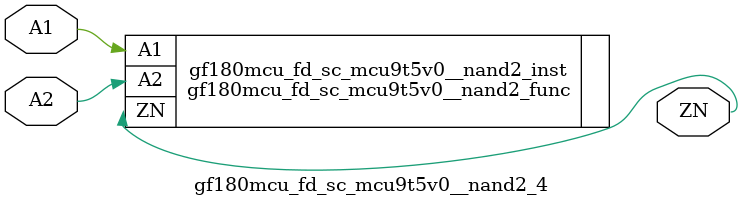
<source format=v>

`ifndef GF180MCU_FD_SC_MCU9T5V0__NAND2_4_V
`define GF180MCU_FD_SC_MCU9T5V0__NAND2_4_V

`include gf180mcu_fd_sc_mcu9t5v0__nand2.v

`ifdef USE_POWER_PINS
module gf180mcu_fd_sc_mcu9t5v0__nand2_4( A2, ZN, A1, VDD, VSS );
inout VDD, VSS;
`else // If not USE_POWER_PINS
module gf180mcu_fd_sc_mcu9t5v0__nand2_4( A2, ZN, A1 );
`endif // If not USE_POWER_PINS
input A1, A2;
output ZN;

`ifdef USE_POWER_PINS
  gf180mcu_fd_sc_mcu9t5v0__nand2_func gf180mcu_fd_sc_mcu9t5v0__nand2_inst(.A2(A2),.ZN(ZN),.A1(A1),.VDD(VDD),.VSS(VSS));
`else // If not USE_POWER_PINS
  gf180mcu_fd_sc_mcu9t5v0__nand2_func gf180mcu_fd_sc_mcu9t5v0__nand2_inst(.A2(A2),.ZN(ZN),.A1(A1));
`endif // If not USE_POWER_PINS

`ifndef FUNCTIONAL
	// spec_gates_begin


	// spec_gates_end



   specify

	// specify_block_begin

	// comb arc A1 --> ZN
	 (A1 => ZN) = (1.0,1.0);

	// comb arc A2 --> ZN
	 (A2 => ZN) = (1.0,1.0);

	// specify_block_end

   endspecify

   `endif

endmodule
`endif // GF180MCU_FD_SC_MCU9T5V0__NAND2_4_V

</source>
